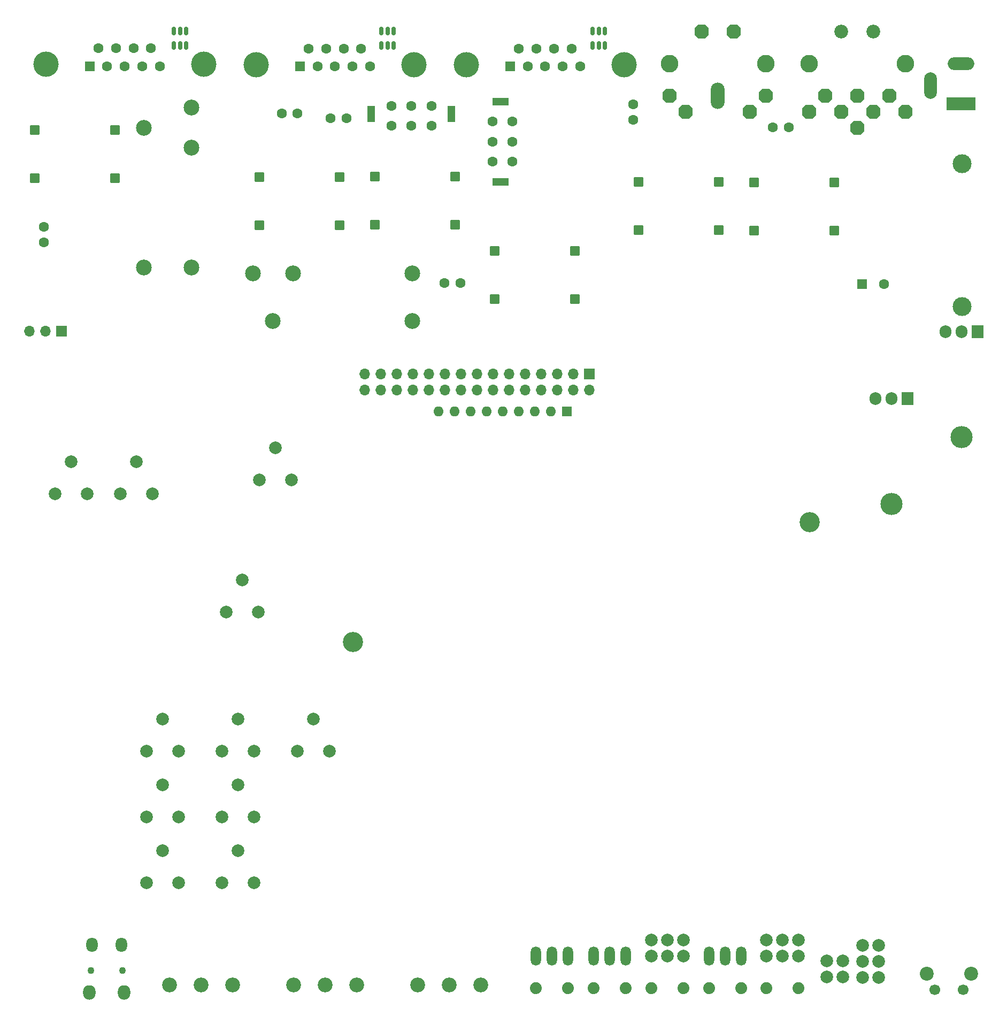
<source format=gbs>
G04 #@! TF.GenerationSoftware,KiCad,Pcbnew,6.0.2+dfsg-1*
G04 #@! TF.CreationDate,2023-05-08T07:17:19+02:00*
G04 #@! TF.ProjectId,fm-rpt-control,666d2d72-7074-42d6-936f-6e74726f6c2e,A*
G04 #@! TF.SameCoordinates,Original*
G04 #@! TF.FileFunction,Soldermask,Bot*
G04 #@! TF.FilePolarity,Negative*
%FSLAX46Y46*%
G04 Gerber Fmt 4.6, Leading zero omitted, Abs format (unit mm)*
G04 Created by KiCad (PCBNEW 6.0.2+dfsg-1) date 2023-05-08 07:17:19*
%MOMM*%
%LPD*%
G01*
G04 APERTURE LIST*
G04 Aperture macros list*
%AMRoundRect*
0 Rectangle with rounded corners*
0 $1 Rounding radius*
0 $2 $3 $4 $5 $6 $7 $8 $9 X,Y pos of 4 corners*
0 Add a 4 corners polygon primitive as box body*
4,1,4,$2,$3,$4,$5,$6,$7,$8,$9,$2,$3,0*
0 Add four circle primitives for the rounded corners*
1,1,$1+$1,$2,$3*
1,1,$1+$1,$4,$5*
1,1,$1+$1,$6,$7*
1,1,$1+$1,$8,$9*
0 Add four rect primitives between the rounded corners*
20,1,$1+$1,$2,$3,$4,$5,0*
20,1,$1+$1,$4,$5,$6,$7,0*
20,1,$1+$1,$6,$7,$8,$9,0*
20,1,$1+$1,$8,$9,$2,$3,0*%
%AMFreePoly0*
4,1,25,0.555019,1.072796,0.567142,1.062442,1.062442,0.567142,1.090949,0.511194,1.092200,0.495300,1.092200,-0.495300,1.072796,-0.555019,1.062442,-0.567142,0.567142,-1.062442,0.511194,-1.090949,0.495300,-1.092200,-0.495300,-1.092200,-0.555019,-1.072796,-0.567142,-1.062442,-1.062442,-0.567142,-1.090949,-0.511194,-1.092200,-0.495300,-1.092200,0.495300,-1.072796,0.555019,-1.062442,0.567142,
-0.567142,1.062442,-0.511194,1.090949,-0.495300,1.092200,0.495300,1.092200,0.555019,1.072796,0.555019,1.072796,$1*%
G04 Aperture macros list end*
%ADD10C,1.600000*%
%ADD11R,1.200000X2.500000*%
%ADD12O,1.625600X3.048000*%
%ADD13C,1.879600*%
%ADD14C,2.000000*%
%ADD15C,2.794000*%
%ADD16FreePoly0,180.000000*%
%ADD17O,2.184400X4.165600*%
%ADD18C,4.000000*%
%ADD19R,1.600000X1.600000*%
%ADD20O,1.600000X1.600000*%
%ADD21R,1.700000X1.700000*%
%ADD22O,1.700000X1.700000*%
%ADD23RoundRect,0.101600X-0.654000X0.654000X-0.654000X-0.654000X0.654000X-0.654000X0.654000X0.654000X0*%
%ADD24C,2.003200*%
%ADD25RoundRect,0.101600X0.654000X-0.654000X0.654000X0.654000X-0.654000X0.654000X-0.654000X-0.654000X0*%
%ADD26C,2.340000*%
%ADD27R,2.500000X1.200000*%
%ADD28C,1.100000*%
%ADD29O,1.800000X2.300000*%
%ADD30O,2.000000X2.300000*%
%ADD31C,2.200000*%
%ADD32C,1.700000*%
%ADD33C,3.200000*%
%ADD34O,3.500000X3.500000*%
%ADD35R,1.905000X2.000000*%
%ADD36O,1.905000X2.000000*%
%ADD37R,4.600000X2.000000*%
%ADD38O,4.200000X2.000000*%
%ADD39O,2.000000X4.200000*%
%ADD40C,3.000000*%
%ADD41C,2.500000*%
%ADD42C,2.184400*%
%ADD43RoundRect,0.150000X-0.150000X0.512500X-0.150000X-0.512500X0.150000X-0.512500X0.150000X0.512500X0*%
G04 APERTURE END LIST*
D10*
X76575000Y-29826000D03*
X79750000Y-29826000D03*
X82925000Y-29826000D03*
X76575000Y-33001000D03*
X79750000Y-33001000D03*
X82925000Y-33001000D03*
D11*
X73400000Y-31096000D03*
X86100000Y-31096000D03*
D12*
X104550000Y-164400000D03*
X102010000Y-164400000D03*
X99470000Y-164400000D03*
D13*
X104550000Y-169480000D03*
X99470000Y-169480000D03*
D14*
X42926000Y-131941000D03*
X40386000Y-126861000D03*
X37846000Y-131941000D03*
X54864000Y-142355000D03*
X52324000Y-137275000D03*
X49784000Y-142355000D03*
D15*
X135820000Y-23130000D03*
X120580000Y-23130000D03*
D16*
X120580000Y-28210000D03*
D17*
X128200000Y-28210000D03*
D16*
X135820000Y-28210000D03*
X123120000Y-30750000D03*
X133280000Y-30750000D03*
X130740000Y-18050000D03*
X125660000Y-18050000D03*
D18*
X46850000Y-23280331D03*
X21850000Y-23280331D03*
D19*
X28810000Y-23580331D03*
D10*
X31580000Y-23580331D03*
X34350000Y-23580331D03*
X37120000Y-23580331D03*
X39890000Y-23580331D03*
X30195000Y-20740331D03*
X32965000Y-20740331D03*
X35735000Y-20740331D03*
X38505000Y-20740331D03*
D19*
X104375000Y-78200000D03*
D20*
X101835000Y-78200000D03*
X99295000Y-78200000D03*
X96755000Y-78200000D03*
X94215000Y-78200000D03*
X91675000Y-78200000D03*
X89135000Y-78200000D03*
X86595000Y-78200000D03*
X84055000Y-78200000D03*
D14*
X148070000Y-165130000D03*
X145530000Y-165130000D03*
X148070000Y-167670000D03*
X145530000Y-167670000D03*
D21*
X24335000Y-65500000D03*
D22*
X21795000Y-65500000D03*
X19255000Y-65500000D03*
D10*
X114830000Y-29570000D03*
X114830000Y-32070000D03*
D23*
X105615000Y-60375000D03*
X105615000Y-52755000D03*
X92915000Y-60375000D03*
X92915000Y-52755000D03*
D10*
X59200000Y-31000000D03*
X61700000Y-31000000D03*
D24*
X122790000Y-164420000D03*
X120250000Y-164420000D03*
X117710000Y-164420000D03*
X122790000Y-161880000D03*
X120250000Y-161880000D03*
X117710000Y-161880000D03*
D13*
X122790000Y-169500000D03*
X117710000Y-169500000D03*
D25*
X55675000Y-41095000D03*
X55675000Y-48715000D03*
X68375000Y-41095000D03*
X68375000Y-48715000D03*
D10*
X66950000Y-31800000D03*
X69450000Y-31800000D03*
D26*
X41450000Y-168950000D03*
X46450000Y-168950000D03*
X51450000Y-168950000D03*
D10*
X92576000Y-38675000D03*
X92576000Y-35500000D03*
X92576000Y-32325000D03*
X95751000Y-38675000D03*
X95751000Y-35500000D03*
X95751000Y-32325000D03*
D27*
X93846000Y-41850000D03*
X93846000Y-29150000D03*
D21*
X107939000Y-72265000D03*
D22*
X107939000Y-74805000D03*
X105399000Y-72265000D03*
X105399000Y-74805000D03*
X102859000Y-72265000D03*
X102859000Y-74805000D03*
X100319000Y-72265000D03*
X100319000Y-74805000D03*
X97779000Y-72265000D03*
X97779000Y-74805000D03*
X95239000Y-72265000D03*
X95239000Y-74805000D03*
X92699000Y-72265000D03*
X92699000Y-74805000D03*
X90159000Y-72265000D03*
X90159000Y-74805000D03*
X87619000Y-72265000D03*
X87619000Y-74805000D03*
X85079000Y-72265000D03*
X85079000Y-74805000D03*
X82539000Y-72265000D03*
X82539000Y-74805000D03*
X79999000Y-72265000D03*
X79999000Y-74805000D03*
X77459000Y-72265000D03*
X77459000Y-74805000D03*
X74919000Y-72265000D03*
X74919000Y-74805000D03*
X72379000Y-72265000D03*
X72379000Y-74805000D03*
D14*
X28440000Y-91200000D03*
X25900000Y-86120000D03*
X23360000Y-91200000D03*
D25*
X115735000Y-41905000D03*
X115735000Y-49525000D03*
X128435000Y-41905000D03*
X128435000Y-49525000D03*
X73925000Y-41045000D03*
X73925000Y-48665000D03*
X86625000Y-41045000D03*
X86625000Y-48665000D03*
D10*
X21520000Y-51450000D03*
X21520000Y-48950000D03*
D28*
X34000000Y-166625000D03*
X29000000Y-166625000D03*
D29*
X29200000Y-162625000D03*
X33800000Y-162625000D03*
D30*
X28750000Y-170125000D03*
X34250000Y-170125000D03*
D31*
X161350000Y-167200000D03*
X168350000Y-167200000D03*
D32*
X167100000Y-169700000D03*
X162600000Y-169700000D03*
D14*
X38700000Y-91200000D03*
X36160000Y-86120000D03*
X33620000Y-91200000D03*
X60740000Y-89055000D03*
X58200000Y-83975000D03*
X55660000Y-89055000D03*
X42926000Y-142355000D03*
X40386000Y-137275000D03*
X37846000Y-142355000D03*
X42926000Y-152769000D03*
X40386000Y-147689000D03*
X37846000Y-152769000D03*
X54864000Y-152769000D03*
X52324000Y-147689000D03*
X49784000Y-152769000D03*
X66802000Y-131941000D03*
X64262000Y-126861000D03*
X61722000Y-131941000D03*
X54864000Y-131941000D03*
X52324000Y-126861000D03*
X49784000Y-131941000D03*
D33*
X142800000Y-95700000D03*
D34*
X166800000Y-82230000D03*
D35*
X169340000Y-65570000D03*
D36*
X166800000Y-65570000D03*
X164260000Y-65570000D03*
D25*
X133975000Y-41915000D03*
X133975000Y-49535000D03*
X146675000Y-41915000D03*
X146675000Y-49535000D03*
D26*
X61070000Y-168950000D03*
X66070000Y-168950000D03*
X71070000Y-168950000D03*
D37*
X166760000Y-29490000D03*
D38*
X166760000Y-23190000D03*
D39*
X161960000Y-26590000D03*
D40*
X166940000Y-61630000D03*
X166940000Y-39030000D03*
D14*
X153680000Y-162713500D03*
X151140000Y-162713500D03*
X153680000Y-165253500D03*
X151140000Y-165253500D03*
X153680000Y-167793500D03*
X151140000Y-167793500D03*
D18*
X88420000Y-23300331D03*
X113420000Y-23300331D03*
D19*
X95380000Y-23600331D03*
D10*
X98150000Y-23600331D03*
X100920000Y-23600331D03*
X103690000Y-23600331D03*
X106460000Y-23600331D03*
X96765000Y-20760331D03*
X99535000Y-20760331D03*
X102305000Y-20760331D03*
X105075000Y-20760331D03*
D19*
X151080000Y-58060000D03*
D10*
X154580000Y-58060000D03*
D18*
X55130000Y-23300331D03*
X80130000Y-23300331D03*
D19*
X62090000Y-23600331D03*
D10*
X64860000Y-23600331D03*
X67630000Y-23600331D03*
X70400000Y-23600331D03*
X73170000Y-23600331D03*
X63475000Y-20760331D03*
X66245000Y-20760331D03*
X69015000Y-20760331D03*
X71785000Y-20760331D03*
X136990000Y-33210000D03*
X139490000Y-33210000D03*
D25*
X20100000Y-33670000D03*
X20100000Y-41290000D03*
X32800000Y-33670000D03*
X32800000Y-41290000D03*
D24*
X141040000Y-164420000D03*
X138500000Y-164420000D03*
X135960000Y-164420000D03*
X141040000Y-161880000D03*
X138500000Y-161880000D03*
X135960000Y-161880000D03*
D13*
X141040000Y-169500000D03*
X135960000Y-169500000D03*
D10*
X85000000Y-57850000D03*
X87500000Y-57850000D03*
D41*
X57788500Y-63846500D03*
X60963500Y-56353500D03*
X54613500Y-56353500D03*
X79886500Y-63846500D03*
X79886500Y-56353500D03*
D34*
X155720000Y-92800000D03*
D35*
X158260000Y-76140000D03*
D36*
X155720000Y-76140000D03*
X153180000Y-76140000D03*
D14*
X55540000Y-109955000D03*
X53000000Y-104875000D03*
X50460000Y-109955000D03*
D33*
X70450000Y-114700000D03*
D12*
X113690000Y-164400000D03*
X111150000Y-164400000D03*
X108610000Y-164400000D03*
D13*
X113690000Y-169480000D03*
X108610000Y-169480000D03*
D26*
X80750000Y-168950000D03*
X85750000Y-168950000D03*
X90750000Y-168950000D03*
D12*
X131940000Y-164380000D03*
X129400000Y-164380000D03*
X126860000Y-164380000D03*
D13*
X131940000Y-169460000D03*
X126860000Y-169460000D03*
D15*
X142670000Y-23140000D03*
X157910000Y-23140000D03*
D16*
X145210000Y-28220000D03*
X150290000Y-28220000D03*
X155370000Y-28220000D03*
X147750000Y-30760000D03*
X152830000Y-30760000D03*
X150290000Y-33300000D03*
X142670000Y-30760000D03*
X157910000Y-30760000D03*
D42*
X152830000Y-18060000D03*
X147750000Y-18060000D03*
D41*
X37403500Y-33308500D03*
X44896500Y-36483500D03*
X44896500Y-30133500D03*
X37403500Y-55406500D03*
X44896500Y-55406500D03*
D43*
X42150000Y-18012500D03*
X43100000Y-18012500D03*
X44050000Y-18012500D03*
X44050000Y-20287500D03*
X43100000Y-20287500D03*
X42150000Y-20287500D03*
X108450000Y-17962500D03*
X109400000Y-17962500D03*
X110350000Y-17962500D03*
X110350000Y-20237500D03*
X109400000Y-20237500D03*
X108450000Y-20237500D03*
X75000000Y-17962500D03*
X75950000Y-17962500D03*
X76900000Y-17962500D03*
X76900000Y-20237500D03*
X75950000Y-20237500D03*
X75000000Y-20237500D03*
M02*

</source>
